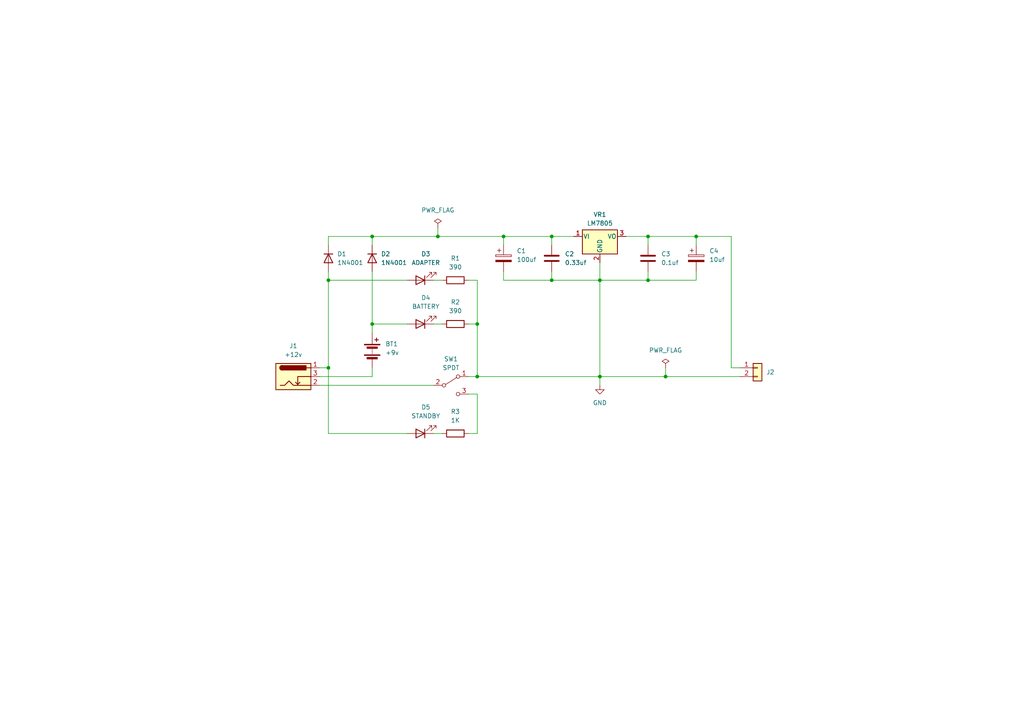
<source format=kicad_sch>
(kicad_sch (version 20230121) (generator eeschema)
  (paper "A4")
  (title_block (title "PWR") (date "2015-10-10") (rev "2") (company "XS-Labs"))
  (lib_symbols
    (symbol "Connector:Barrel_Jack_Switch" (pin_names hide)
      (property "Reference" "J" (at 0 5.334 0))
      (property "Value" "Barrel_Jack_Switch" (at 0 -5.08 0))
      (symbol "Barrel_Jack_Switch_0_1"
        (rectangle (start -5.08 3.81) (end 5.08 -3.81) (stroke (width 0.254)) (fill (type background)))
        (arc (start -3.302 3.175) (mid -3.9343 2.54) (end -3.302 1.905) (stroke (width 0.254)))
        (arc (start -3.302 3.175) (mid -3.9343 2.54) (end -3.302 1.905) (stroke (width 0.254)) (fill (type outline)))
        (polyline (pts (xy 1.27 -2.286) (xy 1.905 -1.651)) (stroke (width 0.254)))
        (polyline (pts (xy 5.08 2.54) (xy 3.81 2.54)) (stroke (width 0.254)))
        (polyline (pts (xy 5.08 0) (xy 1.27 0) (xy 1.27 -2.286) (xy 0.635 -1.651)) (stroke (width 0.254)))
        (polyline (pts (xy -3.81 -2.54) (xy -2.54 -2.54) (xy -1.27 -1.27) (xy 0 -2.54) (xy 2.54 -2.54) (xy 5.08 -2.54)) (stroke (width 0.254)))
        (rectangle (start 3.683 3.175) (end -3.302 1.905) (stroke (width 0.254)) (fill (type outline)))
      )
      (symbol "Barrel_Jack_Switch_1_1"
        (pin passive line (at 7.62 2.54 180) (length 2.54) (name "~") (number "1"))
        (pin passive line (at 7.62 -2.54 180) (length 2.54) (name "~") (number "2"))
        (pin passive line (at 7.62 0 180) (length 2.54) (name "~") (number "3"))
      )
    )
    (symbol "Connector_Generic:Conn_01x02" (pin_names (offset 1.016) hide)
      (property "Reference" "J" (at 0 2.54 0))
      (property "Value" "Conn_01x02" (at 0 -5.08 0))
      (symbol "Conn_01x02_1_1"
        (rectangle (start -1.27 -2.413) (end 0 -2.667) (stroke (width 0.1524)))
        (rectangle (start -1.27 0.127) (end 0 -0.127) (stroke (width 0.1524)))
        (rectangle (start -1.27 1.27) (end 1.27 -3.81) (stroke (width 0.254)) (fill (type background)))
        (pin passive line (at -5.08 0 0) (length 3.81) (name "Pin_1") (number "1"))
        (pin passive line (at -5.08 -2.54 0) (length 3.81) (name "Pin_2") (number "2"))
      )
    )
    (symbol "Device:Battery" (pin_numbers hide) (pin_names (offset 0) hide)
      (property "Reference" "BT" (at 2.54 2.54 0))
      (property "Value" "Battery" (at 2.54 0 0))
      (symbol "Battery_0_1"
        (rectangle (start -2.286 -1.27) (end 2.286 -1.524) (fill (type outline)))
        (rectangle (start -2.286 1.778) (end 2.286 1.524) (fill (type outline)))
        (rectangle (start -1.524 -2.032) (end 1.524 -2.54) (fill (type outline)))
        (rectangle (start -1.524 1.016) (end 1.524 0.508) (fill (type outline)))
        (polyline (pts (xy 0 -1.016) (xy 0 -0.762)))
        (polyline (pts (xy 0 -0.508) (xy 0 -0.254)))
        (polyline (pts (xy 0 0) (xy 0 0.254)))
        (polyline (pts (xy 0 1.778) (xy 0 2.54)))
        (polyline (pts (xy 0.762 3.048) (xy 1.778 3.048)) (stroke (width 0.254)))
        (polyline (pts (xy 1.27 3.556) (xy 1.27 2.54)) (stroke (width 0.254)))
      )
      (symbol "Battery_1_1"
        (pin passive line (at 0 5.08 270) (length 2.54) (name "+") (number "1"))
        (pin passive line (at 0 -5.08 90) (length 2.54) (name "-") (number "2"))
      )
    )
    (symbol "Device:C" (pin_numbers hide) (pin_names (offset 0.254))
      (property "Reference" "C" (at 0.635 2.54 0))
      (property "Value" "C" (at 0.635 -2.54 0))
      (symbol "C_0_1"
        (polyline (pts (xy -2.032 -0.762) (xy 2.032 -0.762)) (stroke (width 0.508)))
        (polyline (pts (xy -2.032 0.762) (xy 2.032 0.762)) (stroke (width 0.508)))
      )
      (symbol "C_1_1"
        (pin passive line (at 0 3.81 270) (length 2.794) (name "~") (number "1"))
        (pin passive line (at 0 -3.81 90) (length 2.794) (name "~") (number "2"))
      )
    )
    (symbol "Device:C_Polarized" (pin_numbers hide) (pin_names (offset 0.254))
      (property "Reference" "C" (at 0.635 2.54 0))
      (property "Value" "C_Polarized" (at 0.635 -2.54 0))
      (symbol "C_Polarized_0_1"
        (rectangle (start -2.286 0.508) (end 2.286 1.016))
        (polyline (pts (xy -1.778 2.286) (xy -0.762 2.286)))
        (polyline (pts (xy -1.27 2.794) (xy -1.27 1.778)))
        (rectangle (start 2.286 -0.508) (end -2.286 -1.016) (fill (type outline)))
      )
      (symbol "C_Polarized_1_1"
        (pin passive line (at 0 3.81 270) (length 2.794) (name "~") (number "1"))
        (pin passive line (at 0 -3.81 90) (length 2.794) (name "~") (number "2"))
      )
    )
    (symbol "Device:D" (pin_numbers hide) (pin_names (offset 1.016) hide)
      (property "Reference" "D" (at 0 2.54 0))
      (property "Value" "D" (at 0 -2.54 0))
      (symbol "D_0_1"
        (polyline (pts (xy -1.27 1.27) (xy -1.27 -1.27)) (stroke (width 0.254)))
        (polyline (pts (xy 1.27 0) (xy -1.27 0)))
        (polyline (pts (xy 1.27 1.27) (xy 1.27 -1.27) (xy -1.27 0) (xy 1.27 1.27)) (stroke (width 0.254)))
      )
      (symbol "D_1_1"
        (pin passive line (at -3.81 0 0) (length 2.54) (name "K") (number "1"))
        (pin passive line (at 3.81 0 180) (length 2.54) (name "A") (number "2"))
      )
    )
    (symbol "Device:LED" (pin_numbers hide) (pin_names (offset 1.016) hide)
      (property "Reference" "D" (at 0 2.54 0))
      (property "Value" "LED" (at 0 -2.54 0))
      (symbol "LED_0_1"
        (polyline (pts (xy -1.27 -1.27) (xy -1.27 1.27)) (stroke (width 0.254)))
        (polyline (pts (xy -1.27 0) (xy 1.27 0)))
        (polyline (pts (xy 1.27 -1.27) (xy 1.27 1.27) (xy -1.27 0) (xy 1.27 -1.27)) (stroke (width 0.254)))
        (polyline (pts (xy -3.048 -0.762) (xy -4.572 -2.286) (xy -3.81 -2.286) (xy -4.572 -2.286) (xy -4.572 -1.524)))
        (polyline (pts (xy -1.778 -0.762) (xy -3.302 -2.286) (xy -2.54 -2.286) (xy -3.302 -2.286) (xy -3.302 -1.524)))
      )
      (symbol "LED_1_1"
        (pin passive line (at -3.81 0 0) (length 2.54) (name "K") (number "1"))
        (pin passive line (at 3.81 0 180) (length 2.54) (name "A") (number "2"))
      )
    )
    (symbol "Device:R" (pin_numbers hide) (pin_names (offset 0))
      (property "Reference" "R" (at 2.032 0 90))
      (property "Value" "R" (at 0 0 90))
      (symbol "R_0_1"
        (rectangle (start -1.016 -2.54) (end 1.016 2.54) (stroke (width 0.254)))
      )
      (symbol "R_1_1"
        (pin passive line (at 0 3.81 270) (length 1.27) (name "~") (number "1"))
        (pin passive line (at 0 -3.81 90) (length 1.27) (name "~") (number "2"))
      )
    )
    (symbol "Regulator_Linear:LM7805_TO220" (pin_names (offset 0.254))
      (property "Reference" "U" (at -3.81 3.175 0))
      (property "Value" "LM7805_TO220" (at 0 3.175 0))
      (symbol "LM7805_TO220_0_1"
        (rectangle (start -5.08 1.905) (end 5.08 -5.08) (stroke (width 0.254)) (fill (type background)))
      )
      (symbol "LM7805_TO220_1_1"
        (pin power_in line (at -7.62 0 0) (length 2.54) (name "VI") (number "1"))
        (pin power_in line (at 0 -7.62 90) (length 2.54) (name "GND") (number "2"))
        (pin power_out line (at 7.62 0 180) (length 2.54) (name "VO") (number "3"))
      )
    )
    (symbol "Switch:SW_SPDT" (pin_names (offset 0) hide)
      (property "Reference" "SW" (at 0 4.318 0))
      (property "Value" "SW_SPDT" (at 0 -5.08 0))
      (symbol "SW_SPDT_0_0"
        (circle (center -2.032 0) (radius 0.508))
        (circle (center 2.032 -2.54) (radius 0.508))
      )
      (symbol "SW_SPDT_0_1"
        (polyline (pts (xy -1.524 0.254) (xy 1.651 2.286)))
        (circle (center 2.032 2.54) (radius 0.508))
      )
      (symbol "SW_SPDT_1_1"
        (pin passive line (at 5.08 2.54 180) (length 2.54) (name "A") (number "1"))
        (pin passive line (at -5.08 0 0) (length 2.54) (name "B") (number "2"))
        (pin passive line (at 5.08 -2.54 180) (length 2.54) (name "C") (number "3"))
      )
    )
    (symbol "power:GND" (power) (pin_names (offset 0))
      (property "Value" "GND" (at 0 -3.81 0))
      (symbol "GND_0_1"
        (polyline (pts (xy 0 0) (xy 0 -1.27) (xy 1.27 -1.27) (xy 0 -2.54) (xy -1.27 -1.27) (xy 0 -1.27)))
      )
      (symbol "GND_1_1"
        (pin power_in line (at 0 0 270) (length 0) hide (name "GND") (number "1"))
      )
    )
    (symbol "power:PWR_FLAG" (power) (pin_numbers hide) (pin_names (offset 0) hide)
      (property "Value" "PWR_FLAG" (at 0 3.81 0))
      (symbol "PWR_FLAG_0_0"
        (pin power_out line (at 0 0 90) (length 0) (name "pwr") (number "1"))
      )
      (symbol "PWR_FLAG_0_1"
        (polyline (pts (xy 0 0) (xy 0 1.27) (xy -1.016 1.905) (xy 0 2.54) (xy 1.016 1.905) (xy 0 1.27)))
      )
    )
  )
  (junction (at 138.43 109.22))
  (junction (at 107.95 93.98))
  (junction (at 95.25 106.68))
  (junction (at 107.95 68.58))
  (junction (at 160.02 68.58))
  (junction (at 138.43 93.98))
  (junction (at 160.02 81.28))
  (junction (at 146.05 68.58))
  (junction (at 187.96 68.58))
  (junction (at 173.99 81.28))
  (junction (at 201.93 68.58))
  (junction (at 193.04 109.22))
  (junction (at 173.99 109.22))
  (junction (at 187.96 81.28))
  (junction (at 95.25 81.28))
  (junction (at 127 68.58))
  (wire (pts (xy 193.04 106.68) (xy 193.04 109.22)))
  (wire (pts (xy 135.89 125.73) (xy 138.43 125.73)))
  (wire (pts (xy 160.02 78.74) (xy 160.02 81.28)))
  (wire (pts (xy 107.95 93.98) (xy 107.95 96.52)))
  (wire (pts (xy 187.96 68.58) (xy 201.93 68.58)))
  (wire (pts (xy 92.71 109.22) (xy 107.95 109.22)))
  (wire (pts (xy 138.43 81.28) (xy 138.43 93.98)))
  (wire (pts (xy 160.02 68.58) (xy 160.02 71.12)))
  (wire (pts (xy 107.95 106.68) (xy 107.95 109.22)))
  (wire (pts (xy 135.89 114.3) (xy 138.43 114.3)))
  (wire (pts (xy 173.99 76.2) (xy 173.99 81.28)))
  (wire (pts (xy 125.73 81.28) (xy 128.27 81.28)))
  (wire (pts (xy 212.09 68.58) (xy 212.09 106.68)))
  (wire (pts (xy 95.25 68.58) (xy 95.25 71.12)))
  (wire (pts (xy 212.09 106.68) (xy 214.63 106.68)))
  (wire (pts (xy 173.99 81.28) (xy 173.99 109.22)))
  (wire (pts (xy 146.05 68.58) (xy 160.02 68.58)))
  (wire (pts (xy 138.43 114.3) (xy 138.43 125.73)))
  (wire (pts (xy 95.25 68.58) (xy 107.95 68.58)))
  (wire (pts (xy 173.99 109.22) (xy 193.04 109.22)))
  (wire (pts (xy 125.73 125.73) (xy 128.27 125.73)))
  (wire (pts (xy 107.95 68.58) (xy 107.95 71.12)))
  (wire (pts (xy 160.02 68.58) (xy 166.37 68.58)))
  (wire (pts (xy 107.95 68.58) (xy 127 68.58)))
  (wire (pts (xy 201.93 68.58) (xy 212.09 68.58)))
  (wire (pts (xy 201.93 68.58) (xy 201.93 71.12)))
  (wire (pts (xy 187.96 68.58) (xy 187.96 71.12)))
  (wire (pts (xy 135.89 109.22) (xy 138.43 109.22)))
  (wire (pts (xy 187.96 78.74) (xy 187.96 81.28)))
  (wire (pts (xy 160.02 81.28) (xy 173.99 81.28)))
  (wire (pts (xy 127 66.04) (xy 127 68.58)))
  (wire (pts (xy 95.25 78.74) (xy 95.25 81.28)))
  (wire (pts (xy 92.71 106.68) (xy 95.25 106.68)))
  (wire (pts (xy 201.93 78.74) (xy 201.93 81.28)))
  (wire (pts (xy 95.25 81.28) (xy 118.11 81.28)))
  (wire (pts (xy 146.05 81.28) (xy 160.02 81.28)))
  (wire (pts (xy 146.05 68.58) (xy 146.05 71.12)))
  (wire (pts (xy 125.73 93.98) (xy 128.27 93.98)))
  (wire (pts (xy 146.05 78.74) (xy 146.05 81.28)))
  (wire (pts (xy 107.95 78.74) (xy 107.95 93.98)))
  (wire (pts (xy 138.43 109.22) (xy 173.99 109.22)))
  (wire (pts (xy 173.99 81.28) (xy 187.96 81.28)))
  (wire (pts (xy 135.89 93.98) (xy 138.43 93.98)))
  (wire (pts (xy 173.99 109.22) (xy 173.99 111.76)))
  (wire (pts (xy 95.25 81.28) (xy 95.25 106.68)))
  (wire (pts (xy 127 68.58) (xy 146.05 68.58)))
  (wire (pts (xy 95.25 125.73) (xy 118.11 125.73)))
  (wire (pts (xy 138.43 93.98) (xy 138.43 109.22)))
  (wire (pts (xy 181.61 68.58) (xy 187.96 68.58)))
  (wire (pts (xy 135.89 81.28) (xy 138.43 81.28)))
  (wire (pts (xy 92.71 111.76) (xy 125.73 111.76)))
  (wire (pts (xy 95.25 106.68) (xy 95.25 125.73)))
  (wire (pts (xy 193.04 109.22) (xy 214.63 109.22)))
  (wire (pts (xy 107.95 93.98) (xy 118.11 93.98)))
  (wire (pts (xy 187.96 81.28) (xy 201.93 81.28)))
  (symbol (lib_id "Device:R") (at 132.08 125.73 270) (unit 1)
    (property "Reference" "R3" (at 132.08 119.38 90))
    (property "Value" "1K" (at 132.08 121.92 90))
    (property "Footprint" "XS:Resistor-Ohmite-OD-Series" (effects hide))
  )
  (symbol (lib_id "Switch:SW_SPDT") (at 130.81 111.76 0) (unit 1)
    (property "Reference" "SW1" (at 130.81 104.14 0))
    (property "Value" "SPDT" (at 130.81 106.68 0))
    (property "Footprint" "XS:Switch-SPDT-NKK-Series-M" (effects hide))
  )
  (symbol (lib_id "Device:LED") (at 121.92 125.73 180) (unit 1)
    (property "Reference" "D5" (at 123.5075 118.11 0))
    (property "Value" "STANDBY" (at 123.5075 120.65 0))
    (property "Footprint" "XS:LED-T1-34-5mm" (effects hide))
  )
  (symbol (lib_id "Device:Battery") (at 107.95 101.6 0) (unit 1)
    (property "Reference" "BT1" (at 111.76 99.7585 0) (effects (justify left)))
    (property "Value" "+9v" (at 111.76 102.2985 0) (effects (justify left)))
    (property "Footprint" "XS:Battery-Keystone-1291-9v-Holder" (effects hide))
  )
  (symbol (lib_id "Connector_Generic:Conn_01x02") (at 219.71 106.68 0) (unit 1)
    (property "Reference" "J2" (at 222.25 107.95 0) (effects (justify left)))
    (property "Footprint" "XS:Connector-Wurth-Terminal-Block-2P-3.5mm-691214110002" (effects hide))
  )
  (symbol (lib_id "power:PWR_FLAG") (at 193.04 106.68 0) (unit 1)
    (property "Reference" "#FLG01" (effects hide))
    (property "Value" "PWR_FLAG" (at 193.04 101.6 0))
  )
  (symbol (lib_id "Regulator_Linear:LM7805_TO220") (at 173.99 68.58 0) (unit 1)
    (property "Reference" "VR1" (at 173.99 62.23 0))
    (property "Value" "LM7805" (at 173.99 64.77 0))
    (property "Footprint" "XS:Regulator-Failrchild-LM78XX-TO-220" (effects hide))
    (property "Datasheet" "https://www.onsemi.cn/PowerSolutions/document/MC7800-D.PDF" (effects hide))
  )
  (symbol (lib_id "Device:D") (at 107.95 74.93 270) (unit 1)
    (property "Reference" "D2" (at 110.49 73.66 90) (effects (justify left)))
    (property "Value" "1N4001" (at 110.49 76.2 90) (effects (justify left)))
    (property "Footprint" "XS:Diode-DO-41" (effects hide))
    (property "Sim.Device" "D" (effects hide))
    (property "Sim.Pins" "1=K 2=A" (effects hide))
  )
  (symbol (lib_id "power:GND") (at 173.99 111.76 0) (unit 1)
    (property "Reference" "#PWR01" (effects hide))
    (property "Value" "GND" (at 173.99 116.84 0))
  )
  (symbol (lib_id "Device:C_Polarized") (at 146.05 74.93 0) (unit 1)
    (property "Reference" "C1" (at 149.86 72.771 0) (effects (justify left)))
    (property "Value" "100uf" (at 149.86 75.311 0) (effects (justify left)))
    (property "Footprint" "XS:Capacitor-Vishay-515D-8x11.5x3.5mm" (effects hide))
  )
  (symbol (lib_id "Connector:Barrel_Jack_Switch") (at 85.09 109.22 0) (unit 1)
    (property "Reference" "J1" (at 85.09 100.33 0))
    (property "Value" "+12v" (at 85.09 102.87 0))
    (property "Footprint" "XS:Plug-DC-Barrel-Jack-2.1mm-CUI-PJ-102AH" (effects hide))
  )
  (symbol (lib_id "Device:C_Polarized") (at 201.93 74.93 0) (unit 1)
    (property "Reference" "C4" (at 205.74 72.771 0) (effects (justify left)))
    (property "Value" "10uf" (at 205.74 75.311 0) (effects (justify left)))
    (property "Footprint" "XS:Capacitor-Vishay-515D-5x11x2mm" (effects hide))
  )
  (symbol (lib_id "Device:R") (at 132.08 81.28 90) (unit 1)
    (property "Reference" "R1" (at 132.08 74.93 90))
    (property "Value" "390" (at 132.08 77.47 90))
    (property "Footprint" "XS:Resistor-Ohmite-OD-Series" (effects hide))
  )
  (symbol (lib_id "Device:LED") (at 121.92 93.98 180) (unit 1)
    (property "Reference" "D4" (at 123.5075 86.36 0))
    (property "Value" "BATTERY" (at 123.5075 88.9 0))
    (property "Footprint" "XS:LED-T1-34-5mm" (effects hide))
  )
  (symbol (lib_id "Device:C") (at 160.02 74.93 0) (unit 1)
    (property "Reference" "C2" (at 163.83 73.66 0) (effects (justify left)))
    (property "Value" "0.33uf" (at 163.83 76.2 0) (effects (justify left)))
    (property "Footprint" "XS:Capacitor-Murata-RCE-K-5mm.step" (effects hide))
  )
  (symbol (lib_id "Device:D") (at 95.25 74.93 270) (unit 1)
    (property "Reference" "D1" (at 97.79 73.66 90) (effects (justify left)))
    (property "Value" "1N4001" (at 97.79 76.2 90) (effects (justify left)))
    (property "Footprint" "XS:Diode-DO-41" (effects hide))
    (property "Sim.Device" "D" (effects hide))
    (property "Sim.Pins" "1=K 2=A" (effects hide))
  )
  (symbol (lib_id "Device:R") (at 132.08 93.98 90) (unit 1)
    (property "Reference" "R2" (at 132.08 87.63 90))
    (property "Value" "390" (at 132.08 90.17 90))
    (property "Footprint" "XS:Resistor-Ohmite-OD-Series" (effects hide))
  )
  (symbol (lib_id "power:PWR_FLAG") (at 127 66.04 0) (unit 1)
    (property "Reference" "#FLG02" (effects hide))
    (property "Value" "PWR_FLAG" (at 127 60.96 0))
  )
  (symbol (lib_id "Device:C") (at 187.96 74.93 0) (unit 1)
    (property "Reference" "C3" (at 191.77 73.66 0) (effects (justify left)))
    (property "Value" "0.1uf" (at 191.77 76.2 0) (effects (justify left)))
    (property "Footprint" "XS:Capacitor-Murata-RCE-K-5mm.step" (effects hide))
  )
  (symbol (lib_id "Device:LED") (at 121.92 81.28 180) (unit 1)
    (property "Reference" "D3" (at 123.5075 73.66 0))
    (property "Value" "ADAPTER" (at 123.5075 76.2 0))
    (property "Footprint" "XS:LED-T1-34-5mm" (effects hide))
  )
)
</source>
